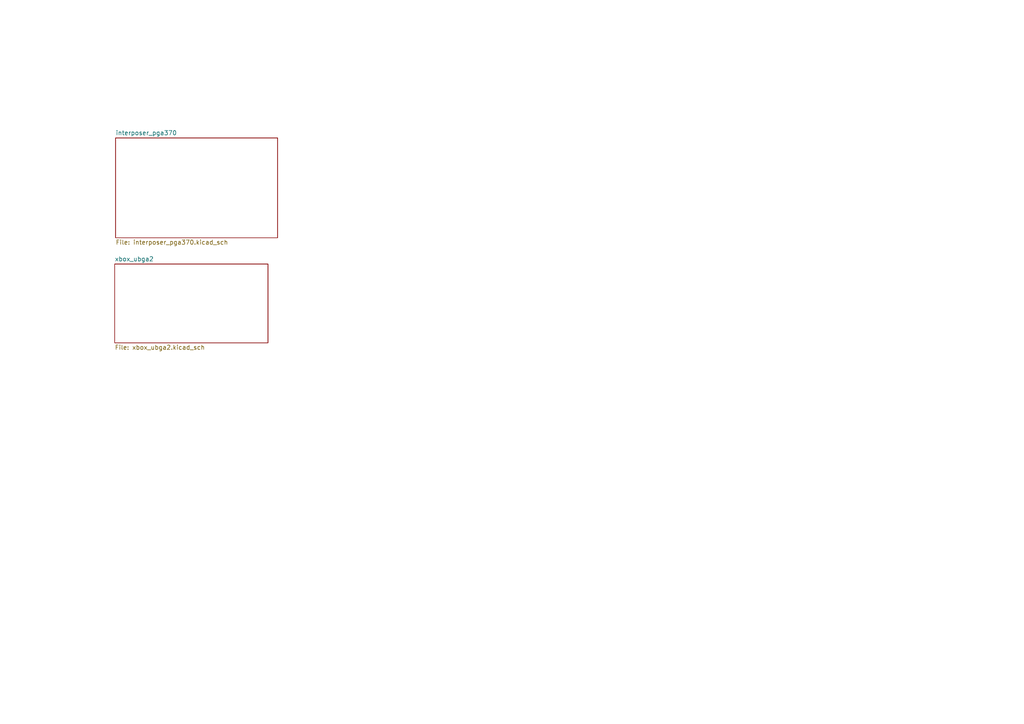
<source format=kicad_sch>
(kicad_sch
	(version 20231120)
	(generator "eeschema")
	(generator_version "8.0")
	(uuid "ec820575-024d-42cb-bfa5-b230176ba695")
	(paper "A4")
	(title_block
		(title "XBOX CPU inteposer")
		(date "2023-11-23")
		(rev "1.0")
	)
	(lib_symbols)
	(sheet
		(at 33.274 76.581)
		(size 44.45 22.86)
		(fields_autoplaced yes)
		(stroke
			(width 0.1524)
			(type solid)
		)
		(fill
			(color 0 0 0 0.0000)
		)
		(uuid "91f8d4ec-ae32-44bd-8462-8bb796df34a6")
		(property "Sheetname" "xbox_ubga2"
			(at 33.274 75.8694 0)
			(effects
				(font
					(size 1.27 1.27)
				)
				(justify left bottom)
			)
		)
		(property "Sheetfile" "xbox_ubga2.kicad_sch"
			(at 33.274 100.0256 0)
			(effects
				(font
					(size 1.27 1.27)
				)
				(justify left top)
			)
		)
		(instances
			(project "interposer"
				(path "/ec820575-024d-42cb-bfa5-b230176ba695"
					(page "2")
				)
			)
		)
	)
	(sheet
		(at 33.528 40.005)
		(size 46.99 28.956)
		(fields_autoplaced yes)
		(stroke
			(width 0.1524)
			(type solid)
		)
		(fill
			(color 0 0 0 0.0000)
		)
		(uuid "cfd51080-4f1a-4877-b9f2-49ef7842424e")
		(property "Sheetname" "interposer_pga370"
			(at 33.528 39.2934 0)
			(effects
				(font
					(size 1.27 1.27)
				)
				(justify left bottom)
			)
		)
		(property "Sheetfile" "interposer_pga370.kicad_sch"
			(at 33.528 69.5456 0)
			(effects
				(font
					(size 1.27 1.27)
				)
				(justify left top)
			)
		)
		(instances
			(project "interposer"
				(path "/ec820575-024d-42cb-bfa5-b230176ba695"
					(page "3")
				)
			)
		)
	)
	(sheet_instances
		(path "/"
			(page "1")
		)
	)
)

</source>
